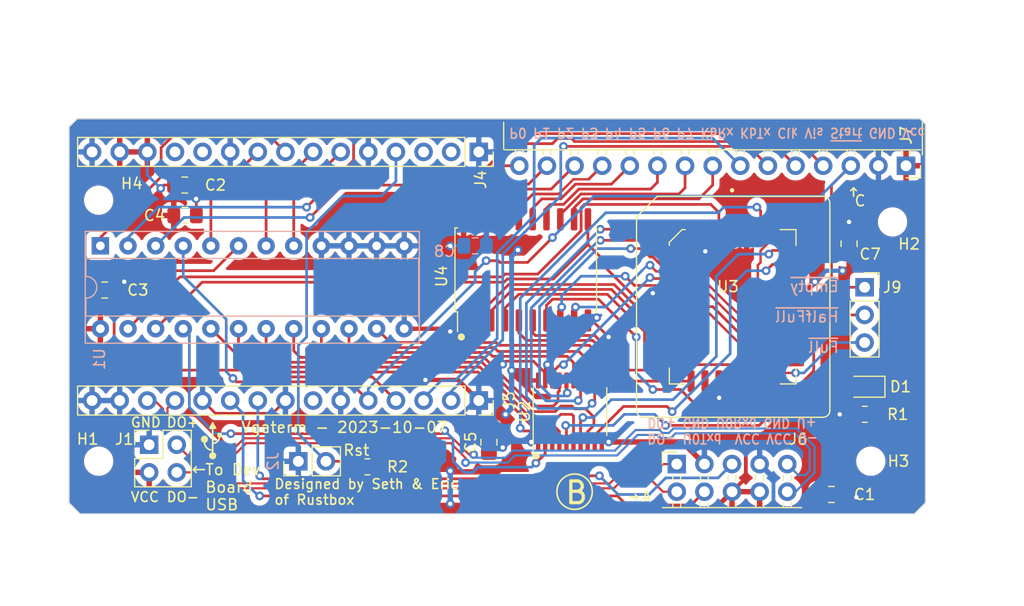
<source format=kicad_pcb>
(kicad_pcb (version 20221018) (generator pcbnew)
  (layers (0 "F.Cu" signal) (31 "B.Cu" signal) (34 "B.Paste" user) (35 "F.Paste" user) (36 "B.SilkS" user "B.Silkscreen") (37 "F.SilkS" user "F.Silkscreen") (38 "B.Mask" user) (39 "F.Mask" user) (44 "Edge.Cuts" user))
  (net 0 "")
  (net 1 "GND")
  (net 2 "VCC")
  (net 3 "Net-(D1-K)")
  (net 4 "/P1")
  (net 5 "/P4")
  (net 6 "/P7")
  (net 7 "/KB_{Rx}")
  (net 8 "/KB_{Tx}")
  (net 9 "/SIO1")
  (net 10 "/CS")
  (net 11 "/SIO3")
  (net 12 "/SIO2")
  (net 13 "/SCLK")
  (net 14 "/SIO0")
  (net 15 "/Half")
  (net 18 "/Rst")
  (net 21 "/~{StartFrame}")
  (net 22 "/DO+")
  (net 23 "/DO-")
  (net 24 "/D7")
  (net 25 "/D6")
  (net 26 "/D5")
  (net 27 "/D4")
  (net 28 "/D3")
  (net 29 "/D2")
  (net 30 "/D1")
  (net 31 "/D0")
  (net 32 "/Clk")
  (net 33 "/Vis")
  (net 34 "/Q7")
  (net 35 "/Q6")
  (net 36 "/Q5")
  (net 37 "/Q4")
  (net 38 "/Q3")
  (net 39 "/Q2")
  (net 40 "/Q1")
  (net 41 "/Q0")
  (net 42 "/Empty")
  (net 43 "/HalfFull")
  (net 44 "/Full")
  (net 45 "/P6")
  (net 46 "/P5")
  (net 47 "/P3")
  (net 48 "/P2")
  (net 49 "/P0")
  (net 50 "/Clk_{pixel}")
  (net 51 "/L4")
  (net 52 "/L5")
  (net 53 "/L6")
  (net 54 "/L7")
  (net 55 "/L3")
  (net 56 "/L2")
  (net 57 "/L1")
  (net 58 "/L0")
  (net 64 "/U0Rxd")
  (net 65 "/U0Txd")
  (net 66 "/U-")
  (net 67 "/U+")
  (footprint "MountingHole:MountingHole_2.2mm_M2" (layer "F.Cu") (at 141 58)
    (fp_text reference "H2")
    (fp_text value "MountingHole")
  )
  (footprint "LED_SMD:LED_0805_2012Metric_Pad1.15x1.40mm_HandSolder" (layer "F.Cu") (at 138.438999 73.152 180)
    (fp_text reference "D1")
    (fp_text value "LED")
  )
  (footprint "Connector_PinSocket_2.54mm:PinSocket_1x03_P2.54mm_Vertical" (layer "F.Cu") (at 138.43 64.008)
    (fp_text reference "J9")
    (fp_text value "Conn_01x03_Socket")
  )
  (footprint "Resistor_SMD:R_0805_2012Metric_Pad1.20x1.40mm_HandSolder" (layer "F.Cu") (at 92.71 80.518)
    (fp_text reference "R2")
    (fp_text value "R")
  )
  (footprint "Connector_PinSocket_2.54mm:PinSocket_1x15_P2.54mm_Vertical" (layer "F.Cu") (at 102.955 74.422 -90)
    (fp_text reference "J5")
    (fp_text value "Conn_01x15_Socket")
  )
  (footprint "Connector_PinSocket_2.54mm:PinSocket_2x05_P2.54mm_Horizontal" (layer "F.Cu") (at 121.158 80.264 90)
    (fp_text reference "J6")
    (fp_text value "Conn_01x10")
  )
  (footprint "Connector_PinHeader_2.54mm:PinHeader_1x02_P2.54mm_Vertical" (layer "F.Cu") (at 86.36 80.01 90)
    (fp_text reference "J2")
    (fp_text value "Rst")
  )
  (footprint "Resistor_SMD:R_0805_2012Metric_Pad1.20x1.40mm_HandSolder" (layer "F.Cu") (at 138.446 75.692 180)
    (fp_text reference "R1")
    (fp_text value "R")
  )
  (footprint "Package_SO:SOIC-20W_7.5x12.8mm_P1.27mm" (layer "F.Cu") (at 107.273 62.406 90)
    (fp_text reference "U4")
    (fp_text value "74HCT574")
  )
  (footprint "Connector_PinSocket_2.54mm:PinSocket_1x15_P2.54mm_Horizontal" (layer "F.Cu") (at 142.24 52.832 -90)
    (fp_text reference "J7")
    (fp_text value "Conn_01x15")
  )
  (footprint "Connector_PinHeader_2.54mm:PinHeader_2x02_P2.54mm_Vertical" (layer "F.Cu") (at 72.644 78.486)
    (fp_text reference "J1")
    (fp_text value "Conn_01x04")
  )
  (footprint "Capacitor_SMD:C_0805_2012Metric_Pad1.18x1.45mm_HandSolder" (layer "F.Cu") (at 75.9245 54.61 180)
    (fp_text reference "C2")
    (fp_text value "10uF")
  )
  (footprint "Capacitor_SMD:C_0805_2012Metric_Pad1.18x1.45mm_HandSolder" (layer "F.Cu") (at 75.946 57.404 180)
    (fp_text reference "C4")
    (fp_text value "10uF")
  )
  (footprint "MountingHole:MountingHole_2.2mm_M2" (layer "F.Cu") (at 68 56)
    (fp_text reference "H4")
    (fp_text value "MountingHole")
  )
  (footprint "Package_SO:TSSOP-20_4.4x6.5mm_P0.65mm" (layer "F.Cu") (at 111.337 75.438 90)
    (fp_text reference "U2")
    (fp_text value "74AHCT244")
  )
  (footprint "plcc32:plcc32-socket" (layer "F.Cu") (at 126.3483 65.801)
    (fp_text reference "U3")
    (fp_text value "IDT7205L12JG")
  )
  (footprint "Capacitor_SMD:C_0805_2012Metric_Pad1.18x1.45mm_HandSolder" (layer "F.Cu") (at 135.382 83.058 180)
    (fp_text reference "C1")
    (fp_text value "10uF")
  )
  (footprint "Capacitor_SMD:C_0805_2012Metric_Pad1.18x1.45mm_HandSolder" (layer "F.Cu") (at 103.886 78.2535 90)
    (fp_text reference "C5")
    (fp_text value "100nF")
  )
  (footprint "Connector_PinSocket_2.54mm:PinSocket_1x15_P2.54mm_Vertical" (layer "F.Cu") (at 102.955 51.562 -90)
    (fp_text reference "J4")
    (fp_text value "Conn_01x15_Socket")
  )
  (footprint "MountingHole:MountingHole_2.2mm_M2" (layer "F.Cu") (at 139 80)
    (fp_text reference "H3")
    (fp_text value "MountingHole")
  )
  (footprint "Capacitor_SMD:C_0805_2012Metric_Pad1.18x1.45mm_HandSolder" (layer "F.Cu") (at 137 60 -90)
    (fp_text reference "C7")
    (fp_text value "100nF")
  )
  (footprint "MountingHole:MountingHole_2.2mm_M2" (layer "F.Cu") (at 68 80)
    (fp_text reference "H1")
    (fp_text value "MountingHole")
  )
  (footprint "Capacitor_SMD:C_0805_2012Metric_Pad1.18x1.45mm_HandSolder" (layer "F.Cu") (at 68.5585 64.262 180)
    (fp_text reference "C3")
    (fp_text value "100nF")
  )
  (footprint "Capacitor_SMD:C_0805_2012Metric_Pad1.18x1.45mm_HandSolder" (layer "B.Cu") (at 102.616 60.198 180)
    (fp_text reference "C8")
    (fp_text value "100nF")
  )
  (footprint "Package_DIP:DIP-24_W7.62mm_Socket" (layer "B.Cu") (at 68.157 60.198 -90)
    (fp_text reference "U1")
    (fp_text value "GAL22V10")
  )
  (gr_circle (center 77.724 77.978) (end 77.978 77.978) (stroke (width 0.15)) (fill solid) (layer "F.SilkS"))
  (gr_line (start 117.602 83.312) (end 117.348 83.566) (stroke (width 0.15)) (layer "F.SilkS"))
  (gr_rect (start 78.994 77.47) (end 79.248 77.724) (stroke (width 0.15)) (fill solid) (layer "F.SilkS"))
  (gr_line (start 77.724 80.772) (end 76.708 80.772) (stroke (width 0.15)) (layer "F.SilkS"))
  (gr_line (start 76.708 80.772) (end 76.962 80.518) (stroke (width 0.15)) (layer "F.SilkS"))
  (gr_circle (center 101.346 68.58) (end 101.6 68.58) (stroke (width 0.15)) (fill solid) (layer "F.SilkS"))
  (gr_poly (pts (xy 78.74 76.962) (xy 78.486 76.454) (xy 78.232 76.962)) (stroke (width 0.15)) (fill solid) (layer "F.SilkS"))
  (gr_arc (start 78.486 78.994) (mid 77.947185 78.770815) (end 77.724 78.232) (stroke (width 0.15)) (layer "F.SilkS"))
  (gr_circle (center 108.204 79.502) (end 108.458 79.502) (stroke (width 0.15)) (fill solid) (layer "F.SilkS"))
  (gr_line (start 137.414 54.864001) (end 137.16 55.118) (stroke (width 0.15)) (layer "F.SilkS"))
  (gr_line (start 116.84 83.312) (end 117.602 83.312) (stroke (width 0.15)) (layer "F.SilkS"))
  (gr_line (start 137.414 55.626) (end 137.414 54.864001) (stroke (width 0.15)) (layer "F.SilkS"))
  (gr_line (start 78.486 79.248) (end 78.486 76.962) (stroke (width 0.15)) (layer "F.SilkS"))
  (gr_circle (center 111.76 82.804) (end 113.03 81.788) (stroke (width 0.15)) (fill none) (layer "F.SilkS"))
  (gr_circle (center 78.486 79.502) (end 78.74 79.502) (stroke (width 0.15)) (fill solid) (layer "F.SilkS"))
  (gr_arc (start 79.121 77.724) (mid 78.935013 78.173013) (end 78.486 78.359) (stroke (width 0.15)) (layer "F.SilkS"))
  (gr_line (start 117.348 83.058) (end 117.602 83.312) (stroke (width 0.15)) (layer "F.SilkS"))
  (gr_line (start 137.414 54.864001) (end 137.668 55.118) (stroke (width 0.15)) (layer "F.SilkS"))
  (gr_line (start 76.708 80.772) (end 76.962 81.026) (stroke (width 0.15)) (layer "F.SilkS"))
  (gr_line (start 65.278 53.34) (end 65.278 49.276) (stroke (width 0.1)) (layer "Edge.Cuts"))
  (gr_line (start 143.002 84.836) (end 144.018 83.82) (stroke (width 0.1)) (layer "Edge.Cuts"))
  (gr_line (start 65.278 49.276) (end 66.04 48.514) (stroke (width 0.1)) (layer "Edge.Cuts"))
  (gr_line (start 65.278 83.82) (end 66.294 84.836) (stroke (width 0.1)) (layer "Edge.Cuts"))
  (gr_line (start 144.018 49.022) (end 143.51 48.514) (stroke (width 0.1)) (layer "Edge.Cuts"))
  (gr_line (start 143.51 48.514) (end 66.04 48.514) (stroke (width 0.1)) (layer "Edge.Cuts"))
  (gr_line (start 65.278 53.34) (end 65.278 83.82) (stroke (width 0.1)) (layer "Edge.Cuts"))
  (gr_line (start 144.018 83.82) (end 144.018 49.022) (stroke (width 0.1)) (layer "Edge.Cuts"))
  (gr_line (start 143.002 84.836) (end 66.294 84.836) (stroke (width 0.1)) (layer "Edge.Cuts"))
  (gr_text "~{Full}" (at 136.144 70.104) (layer "B.SilkS") (effects (font (size 1 1)) (justify left bottom mirror)))
  (gr_text "~{Empty}" (at 136.144 64.516) (layer "B.SilkS") (effects (font (size 1 1)) (justify left bottom mirror)))
  (gr_text "DO- U0Txd  VCC VCC U-\nDO+ GND U0Rxd GND U+" (at 118.364 75.946 180) (layer "B.SilkS") (effects (font (size 0.9 0.8)) (justify left bottom mirror)))
  (gr_text "P0 P1 P2 P3 P4 P5 P6 P7 KbRx KbTx Clk Vis ~{Start} GND Vcc" (at 105.664 49.276 180) (layer "B.SilkS") (effects (font (size 0.9 0.81)) (justify left bottom mirror)))
  (gr_text "~{HalfFull}" (at 136.144 67.31) (layer "B.SilkS") (effects (font (size 1 1)) (justify left bottom mirror)))
  (gr_text "VCC" (at 70.866 83.82) (layer "F.SilkS") (effects (font (size 0.9 0.9)) (justify left bottom)))
  (gr_text "To Dev \nBoard\nUSB" (at 77.724 84.582) (layer "F.SilkS") (effects (font (size 1 1)) (justify left bottom)))
  (gr_text "C" (at 137.414 56.642) (layer "F.SilkS") (effects (font (size 1 1)) (justify left bottom)))
  (gr_text "Designed by Seth & Eric\nof Rustbox" (at 84.074 84.074) (layer "F.SilkS") (effects (font (size 0.9 0.9)) (justify left bottom)))
  (gr_text "DO-" (at 74.168 83.82) (layer "F.SilkS") (effects (font (size 0.9 0.9)) (justify left bottom)))
  (gr_text "Vgaterm - 2023-10-07" (at 81.026 77.47) (layer "F.SilkS") (effects (font (size 1 1)) (justify left bottom)))
  (gr_text "DO+" (at 74.168 76.962) (layer "F.SilkS") (effects (font (size 0.9 0.9)) (justify left bottom)))
  (gr_text "A" (at 117.856 83.82) (layer "F.SilkS") (effects (font (size 1 1)) (justify left bottom)))
  (gr_text "GND" (at 70.866 76.962) (layer "F.SilkS") (effects (font (size 0.9 0.9)) (justify left bottom)))
  (gr_text "B" (at 110.744 84.074) (layer "F.SilkS") (effects (font (size 2 2) (thickness 0.3)) (justify left bottom)))
  (segment (start 119.01025 64.49475) (end 118.957 64.548) (width 0.25) (layer "F.Cu") (net 1))
  (segment (start 105.4305 70.808) (end 107.983041 70.808) (width 0.25) (layer "F.Cu") (net 1))
  (segment (start 120.735 64.49475) (end 119.01025 64.49475) (width 0.25) (layer "F.Cu") (net 1))
  (segment (start 121.666 78.232) (end 114.893 78.232) (width 0.5) (layer "F.Cu") (net 1))
  (segment (start 76.9835 55.9015) (end 76.962 55.88) (width 0.25) (layer "F.Cu") (net 1))
  (segment (start 84 75.597) (end 78.73 75.597) (width 0.25) (layer "F.Cu") (net 1))
  (segment (start 114.262 78.3005) (end 114.8245 78.3005) (width 0.25) (layer "F.Cu") (net 1))
  (segment (start 113.369 67.056) (end 114.893 68.58) (width 0.25) (layer "F.Cu") (net 1))
  (segment (start 113.538 67.056) (end 113.792 66.802) (width 0.25) (layer "F.Cu") (net 1))
  (segment (start 101.0595 72.5265) (end 98.044 72.5265) (width 0.4) (layer "F.Cu") (net 1))
  (segment (start 69.596 64.262) (end 70.358 63.5) (width 0.25) (layer "F.Cu") (net 1))
  (segment (start 113.369 67.056) (end 113.538 67.056) (width 0.25) (layer "F.Cu") (net 1))
  (segment (start 112.988 67.056) (end 113.369 67.056) (width 0.25) (layer "F.Cu") (net 1))
  (segment (start 76.9835 57.404) (end 76.9835 55.9015) (width 0.25) (layer "F.Cu") (net 1))
  (segment (start 137.446 75.692) (end 136.144 75.692) (width 0.25) (layer "F.Cu") (net 1))
  (segment (start 109.062 71.886959) (end 109.062 72.5755) (width 0.25) (layer "F.Cu") (net 1))
  (segment (start 105.156 71.0825) (end 105.4305 70.808) (width 0.25) (layer "F.Cu") (net 1))
  (segment (start 102.955 74.422) (end 101.0595 72.5265) (width 0.4) (layer "F.Cu") (net 1))
  (segment (start 109.062 72.5755) (end 109.062 71.3255) (width 0.25) (layer "F.Cu") (net 1))
  (segment (start 107.983041 70.808) (end 109.062 71.886959) (width 0.25) (layer "F.Cu") (net 1))
  (segment (start 104.097 79.291) (end 104.648 78.74) (width 0.3) (layer "F.Cu") (net 1))
  (segment (start 101.558 67.056) (end 100.33 67.056) (width 0.25) (layer "F.Cu") (net 1))
  (segment (start 104.648 78.74) (end 105.156 78.74) (width 0.3) (layer "F.Cu") (net 1))
  (segment (start 123.752466 60.675466) (end 123.783 60.706) (width 0.25) (layer "F.Cu") (net 1))
  (segment (start 78.73 75.597) (end 77.555 74.422) (width 0.25) (layer "F.Cu") (net 1))
  (segment (start 85.175 74.422) (end 84 75.597) (width 0.25) (layer "F.Cu") (net 1))
  (segment (start 100.33 68.072) (end 100.33 67.056) (width 0.25) (layer "F.Cu") (net 1))
  (segment (start 137 58.9625) (end 137 58) (width 0.25) (layer "F.Cu") (net 1))
  (segment (start 125.031632 72.6385) (end 125.031632 74.146632) (width 0.25) (layer "F.Cu") (net 1))
  (segment (start 125.031632 74.146632) (end 125.053 74.168) (width 0.25) (layer "F.Cu") (net 1))
  (segment (start 109.062 71.3255) (end 109.2675 71.12) (width 0.25) (layer "F.Cu") (net 1))
  (segment (start 103.886 79.291) (end 104.097 79.291) (width 0.4) (layer "F.Cu") (net 1))
  (segment (start 76.962 54.61) (end 76.962 55.88) (width 0.25) (layer "F.Cu") (net 1))
  (segment (start 107.8495 78.3005) (end 107.781 78.232) (width 0.25) (layer "F.Cu") (net 1))
  (segment (start 108.412 78.3005) (end 107.8495 78.3005) (width 0.25) (layer "F.Cu") (net 1))
  (segment (start 114.8245 78.3005) (end 114.893 78.232) (width 0.25) (layer "F.Cu") (net 1))
  (segment (start 136.4195 83.058) (end 137.414 83.058) (width 0.25) (layer "F.Cu") (net 1))
  (segment (start 123.752466 58.9635) (end 123.752466 60.675466) (width 0.25) (layer "F.Cu") (net 1))
  (segment (start 100.33 67.818) (end 96.097 67.818) (width 0.4) (layer "F.Cu") (net 1))
  (segment (start 137.414 83.058) (end 137.668 83.312) (width 0.25) (layer "F.Cu") (net 1))
  (segment (start 123.698 80.264) (end 121.666 78.232) (width 0.5) (layer "F.Cu") (net 1))
  (via (at 105.156 78.74) (size 0.8) (drill 0.4) (layers "F.Cu" "B.Cu") (net 1))
  (via (at 76.962 55.88) (size 0.8) (drill 0.4) (layers "F.Cu" "B.Cu") (net 1))
  (via (at 105.156 71.0825) (size 0.8) (drill 0.4) (layers "F.Cu" "B.Cu") (net 1))
  (via (at 136.144 75.692) (size 0.8) (drill 0.4) (layers "F.Cu" "B.Cu") (net 1))
  (via (at 70.358 63.5) (size 0.8) (drill 0.4) (layers "F.Cu" "B.Cu") (net 1))
  (via (at 109.2675 71.12) (size 0.8) (drill 0.4) (layers "F.Cu" "B.Cu") (net 1))
  (via (at 114.893 68.58) (size 0.8) (drill 0.4) (layers "F.Cu" "B.Cu") (net 1))
  (via (at 123.783 60.706) (size 0.8) (drill 0.4) (layers "F.Cu" "B.Cu") (net 1))
  (via (at 100.33 68.072) (size 0.8) (drill 0.4) (layers "F.Cu" "B.Cu") (net 1))
  (via (at 137.668 83.312) (size 0.8) (drill 0.4) (layers "F.Cu" "B.Cu") (net 1))
  (via (at 114.893 78.232) (size 0.8) (drill 0.4) (layers "F.Cu" "B.Cu") (net 1))
  (via (at 113.792 66.802) (size 0.8) (drill 0.4) (layers "F.Cu" "B.Cu") (net 1))
  (via (at 137 58) (size 0.8) (drill 0.4) (layers "F.Cu" "B.Cu") (net 1))
  (via (at 125.053 74.168) (size 0.8) (drill 0.4) (layers "F.Cu" "B.Cu") (net 1))
  (via (at 118.957 64.548) (size 0.8) (drill 0.4) (layers "F.Cu" "B.Cu") (net 1))
  (via (at 107.781 78.232) (size 0.8) (drill 0.4) (layers "F.Cu" "B.Cu") (net 1))
  (via (at 98.044 72.5265) (size 0.8) (drill 0.4) (layers "F.Cu" "B.Cu") (net 1))
  (segment (start 102.616 74.422) (end 100.838 76.2) (width 0.35) (layer "B.Cu") (net 1))
  (segment (start 103.632 60.198) (end 102.362 61.468) (width 0.5) (layer "B.Cu") (net 1))
  (segment (start 128.778 80.264) (end 129.54 81.026) (width 0.5) (layer "B.Cu") (net 1))
  (segment (start 98.044 70.358) (end 100.33 68.072) (width 0.25) (layer "B.Cu") (net 1))
  (segment (start 129.54 81.026) (end 130.048 81.534) (width 0.5) (layer "B.Cu") (net 1))
  (segment (start 90.255 74.422) (end 90.255 72.475) (width 0.5) (layer "B.Cu") (net 1))
  (segment (start 103.6535 60.198) (end 103.632 60.198) (width 0.25) (layer "B.Cu") (net 1))
  (segment (start 130.048 81.534) (end 130.048 83.82) (width 0.35) (layer "B.Cu") (net 1))
  (segment (start 102.955 74.422) (end 102.616 74.422) (width 0.25) (layer "B.Cu") (net 1))
  (segment (start 98.044 72.5265) (end 98.044 70.358) (width 0.25) (layer "B.Cu") (net 1))
  (segment (start 105.41 75.692) (end 105.41 77.47) (width 0.5) (layer "F.Cu") (net 2))
  (segment (start 105.41 77.47) (end 106.172 78.232) (width 0.5) (layer "F.Cu") (net 2))
  (segment (start 74.887 54.61) (end 74.007598 54.61) (width 0.25) (layer "F.Cu") (net 2))
  (segment (start 126.238 82.804) (end 127.254 81.788) (width 0.35) (layer "F.Cu") (net 2))
  (segment (start 104.696768 80.977232) (end 100.535232 80.977232) (width 0.5) (layer "F.Cu") (net 2))
  (segment (start 104.902 80.772) (end 104.696768 80.977232) (width 0.5) (layer "F.Cu") (net 2))
  (segment (start 127.508 81.534) (end 127.508 79.248) (width 0.35) (layer "F.Cu") (net 2))
  (segment (start 108.412 72.5755) (end 106.582287 72.5755) (width 0.25) (layer "F.Cu") (net 2))
  (segment (start 131.86 64.49475) (end 132.86325 64.49475) (width 0.25) (layer "F.Cu") (net 2))
  (segment (start 106.582287 72.5755) (end 105.968716 71.961929) (width 0.25) (layer "F.Cu") (net 2))
  (segment (start 100.4505 80.8925) (end 100.33 80.8925) (width 0.5) (layer "F.Cu") (net 2))
  (segment (start 115.316 84.582) (end 124.46 84.582) (width 0.45) (layer "F.Cu") (net 2))
  (segment (start 127.254 81.788) (end 127.508 81.534) (width 0.35) (layer "F.Cu") (net 2))
  (segment (start 74.007598 54.61) (end 73.706799 54.910799) (width 0.25) (layer "F.Cu") (net 2))
  (segment (start 106.172 78.232) (end 106.172 79.502) (width 0.5) (layer "F.Cu") (net 2))
  (segment (start 124.46 84.582) (end 126.238 82.804) (width 0.45) (layer "F.Cu") (net 2))
  (segment (start 106.172 79.502) (end 104.902 80.772) (width 0.5) (layer "F.Cu") (net 2))
  (segment (start 115.062 84.328) (end 115.316 84.582) (width 0.45) (layer "F.Cu") (net 2))
  (segment (start 105.968716 71.961929) (end 105.968716 71.664306) (width 0.25) (layer "F.Cu") (net 2))
  (segment (start 132.86325 64.49475) (end 133.858 63.5) (width 0.4) (layer "F.Cu") (net 2))
  (segment (start 100.535232 80.977232) (end 100.4505 80.8925) (width 0.5) (layer "F.Cu") (net 2))
  (via (at 106.552647 60.578647) (size 0.8) (drill 0.4) (layers "F.Cu" "B.Cu") (net 2))
  (via (at 100.33 60.198) (size 0.8) (drill 0.4) (layers "F.Cu" "B.Cu") (net 2))
  (via (at 105.968716 71.664306) (size 0.8) (drill 0.4) (layers "F.Cu" "B.Cu") (net 2))
  (via (at 100.33 83.916) (size 0.8) (drill 0.4) (layers "F.Cu" "B.Cu") (net 2))
  (via (at 133.858 63.5) (size 0.8) (drill 0.4) (layers "F.Cu" "B.Cu") (net 2))
  (via (at 136.398 62.484) (size 0.8) (drill 0.4) (layers "F.Cu" "B.Cu") (net 2))
  (via (at 105.41 75.692) (size 0.8) (drill 0.4) (layers "F.Cu" "B.Cu") (net 2))
  (via (at 100.33 80.8925) (size 0.8) (drill 0.4) (layers "F.Cu" "B.Cu") (net 2))
  (via (at 73.706799 54.910799) (size 0.8) (drill 0.4) (layers "F.Cu" "B.Cu") (net 2))
  (segment (start 105.968716 75.133284) (end 105.41 75.692) (width 0.5) (layer "B.Cu") (net 2))
  (segment (start 134.874 62.484) (end 136.398 62.484) (width 0.4) (layer "B.Cu") (net 2))
  (segment (start 100.33 80.8925) (end 100.33 83.916) (width 0.5) (layer "B.Cu") (net 2))
  (segment (start 105.968716 61.162578) (end 105.968716 68.884716) (width 0.45) (layer "B.Cu") (net 2))
  (segment (start 101.5785 60.198) (end 100.33 60.198) (width 0.25) (layer "B.Cu") (net 2))
  (segment (start 105.981 68.897) (end 105.981 71.652022) (width 0.45) (layer "B.Cu") (net 2))
  (segment (start 133.858 63.5) (end 134.874 62.484) (width 0.4) (layer "B.Cu") (net 2))
  (segment (start 73.706799 54.910799) (end 72.475 53.679) (width 0.25) (layer "B.Cu") (net 2))
  (segment (start 105.968716 68.884716) (end 105.981 68.897) (width 0.45) (layer "B.Cu") (net 2))
  (segment (start 105.981 71.652022) (end 105.968716 71.664306) (width 0.45) (layer "B.Cu") (net 2))
  (segment (start 105.968716 71.664306) (end 105.968716 75.133284) (width 0.5) (layer "B.Cu") (net 2))
  (segment (start 106.552647 60.578647) (end 105.968716 61.162578) (width 0.45) (layer "B.Cu") (net 2))
  (segment (start 72.475 53.679) (end 72.475 51.562) (width 0.25) (layer "B.Cu") (net 2))
  (segment (start 139.446 75.692) (end 139.446 73.169999) (width 0.25) (layer "F.Cu") (net 3))
  (segment (start 109.22 52.832) (end 107.522 54.53) (width 0.25) (layer "F.Cu") (net 4))
  (segment (start 107.522 54.53) (end 106.299 54.53) (width 0.25) (layer "F.Cu") (net 4))
  (segment (start 106.299 54.53) (end 104.098 56.731) (width 0.25) (layer "F.Cu") (net 4))
  (segment (start 104.098 56.731) (end 104.098 57.756) (width 0.25) (layer "F.Cu") (net 4))
  (segment (start 108.759 55.88) (end 107.908 56.731) (width 0.25) (layer "F.Cu") (net 5))
  (segment (start 110.49 55.88) (end 108.759 55.88) (width 0.25) (layer "F.Cu") (net 5))
  (segment (start 107.908 56.731) (end 107.908 57.756) (width 0.25) (layer "F.Cu") (net 5))
  (segment (start 116.84 52.832) (end 115.142 54.53) (width 0.25) (layer "F.Cu") (net 5))
  (segment (start 111.84 54.53) (end 110.49 55.88) (width 0.25) (layer "F.Cu") (net 5))
  (segment (start 115.142 54.53) (end 111.84 54.53) (width 0.25) (layer "F.Cu") (net 5))
  (segment (start 123.19 55.88) (end 124.46 54.61) (width 0.25) (layer "F.Cu") (net 6))
  (segment (start 111.718 56.692853) (end 112.530853 55.88) (width 0.25) (layer "F.Cu") (net 6))
  (segment (start 112.530853 55.88) (end 123.19 55.88) (width 0.25) (layer "F.Cu") (net 6))
  (segment (start 111.718 57.756) (end 111.718 56.692853) (width 0.25) (layer "F.Cu") (net 6))
  (segment (start 124.46 54.61) (end 124.46 52.832) (width 0.25) (layer "F.Cu") (net 6))
  (segment (start 104.58463 68.77063) (end 104.648 68.70726) (width 0.25) (layer "B.Cu") (net 7))
  (segment (start 124.46 50.292) (end 108.712 50.292) (width 0.25) (layer "B.Cu") (net 7))
  (segment (start 100.77463 72.58063) (end 104.58463 68.77063) (width 0.25) (layer "B.Cu") (net 7))
  (segment (start 97.875 74.208605) (end 99.502975 72.58063) (width 0.25) (layer "B.Cu") (net 7))
  (segment (start 99.502975 72.58063) (end 100.77463 72.58063) (width 0.25) (layer "B.Cu") (net 7))
  (segment (start 108.045 50.959) (end 108.712 50.292) (width 0.25) (layer "B.Cu") (net 7))
  (segment (start 104.648 68.70726) (end 104.648 60.822299) (width 0.25) (layer "B.Cu") (net 7))
  (segment (start 127 52.832) (end 124.46 50.292) (width 0.25) (layer "B.Cu") (net 7))
  (segment (start 97.875 74.422) (end 97.875 74.208605) (width 0.25) (layer "B.Cu") (net 7))
  (segment (start 104.648 60.822299) (end 108.045 57.425299) (width 0.25) (layer "B.Cu") (net 7))
  (segment (start 108.045 57.425299) (end 108.045 50.959) (width 0.25) (layer "B.Cu") (net 7))
  (segment (start 110.744 51.054) (end 127.762 51.054) (width 0.25) (layer "F.Cu") (net 8))
  (segment (start 127.762 51.054) (end 129.54 52.832) (width 0.25) (layer "F.Cu") (net 8))
  (via (at 110.744 51.054) (size 0.8) (drill 0.4) (layers "F.Cu" "B.Cu") (net 8))
  (segment (start 105.156 60.950695) (end 110.49 55.616695) (width 0.25) (layer "B.Cu") (net 8))
  (segment (start 100.415 74.422) (end 100.415 73.576656) (width 0.25) (layer "B.Cu") (net 8))
  (segment (start 100.415 73.576656) (end 105.156 68.835656) (width 0.25) (layer "B.Cu") (net 8))
  (segment (start 110.49 55.616695) (end 110.49 51.308) (width 0.25) (layer "B.Cu") (net 8))
  (segment (start 105.156 68.835656) (end 105.156 60.950695) (width 0.25) (layer "B.Cu") (net 8))
  (segment (start 110.49 51.308) (end 110.744 51.054) (width 0.25) (layer "B.Cu") (net 8))
  (segment (start 78.571 62.484) (end 80.857 60.198) (width 0.25) (layer "F.Cu") (net 9))
  (segment (start 82.127 72.252) (end 81.503 71.628) (width 0.25) (layer "F.Cu") (net 9))
  (segment (start 81.503 71.628) (end 71.882 71.628) (width 0.25) (layer "F.Cu") (net 9))
  (segment (start 71.882 71.628) (end 69.427 69.173) (width 0.25) (layer "F.Cu") (net 9))
  (segment (start 93.165 72.252) (end 82.127 72.252) (width 0.25) (layer "F.Cu") (net 9))
  (segment (start 73.491 62.484) (end 78.571 62.484) (width 0.25) (layer "F.Cu") (net 9))
  (segment (start 95.335 74.422) (end 93.165 72.252) (width 0.25) (layer "F.Cu") (net 9))
  (segment (start 69.427 69.173) (end 69.427 66.548) (width 0.25) (layer "F.Cu") (net 9))
  (segment (start 69.427 66.548) (end 73.491 62.484) (width 0.25) (layer "F.Cu") (net 9))
  (segment (start 85.937 55.88) (end 90.255 51.562) (width 0.25) (layer "F.Cu") (net 11))
  (segment (start 85.937 59.436) (end 85.937 55.88) (width 0.25) (layer "F.Cu") (net 11))
  (segment (start 83.397 55.88) (end 87.715 51.562) (width 0.25) (layer "F.Cu") (net 12))
  (segment (start 83.397 59.436) (end 83.397 55.88) (width 0.25) (layer "F.Cu") (net 12))
  (segment (start 68.157 59.436) (end 73.745 53.848) (width 0.25) (layer "F.Cu") (net 13))
  (segment (start 74.877299 50.038) (end 83.651 50.038) (width 0.25) (layer "F.Cu") (net 13))
  (segment (start 73.745 53.848) (end 73.745 51.170299) (width 0.25) (layer "F.Cu") (net 13))
  (segment (start 73.745 51.170299) (end 74.877299 50.038) (width 0.25) (layer "F.Cu") (net 13))
  (segment (start 83.651 50.038) (end 85.175 51.562) (width 0.25) (layer "F.Cu") (net 13))
  (segment (start 82.635 51.562) (end 78.317 55.88) (width 0.25) (layer "F.Cu") (net 14))
  (segment (start 78.317 55.88) (end 78.317 59.436) (width 0.25) (layer "F.Cu") (net 14))
  (segment (start 112.363 56.684249) (end 112.659249 56.388) (width 0.25) (layer "F.Cu") (net 15))
  (segment (start 75.465 63.05) (end 105.098 63.05) (width 0.25) (layer "F.Cu") (net 15))
  (segment (start 112.659249 56.388) (end 124.291 56.388) (width 0.25) (layer "F.Cu") (net 15))
  (segment (start 105.098 63.05) (end 105.352 62.796) (width 0.25) (layer "F.Cu") (net 15))
  (segment (start 125.031632 57.128632) (end 125.031632 58.9635) (width 0.25) (layer "F.Cu") (net 15))
  (segment (start 124.291 56.388) (end 125.031632 57.128632) (width 0.25) (layer "F.Cu") (net 15))
  (segment (start 108.374751 62.796) (end 112.363 58.807751) (width 0.25) (layer "F.Cu") (net 15))
  (segment (start 105.352 62.796) (end 108.374751 62.796) (width 0.25) (layer "F.Cu") (net 15))
  (segment (start 112.363 58.807751) (end 112.363 56.684249) (width 0.25) (layer "F.Cu") (net 15))
  (segment (start 70.697 67.818) (end 75.465 63.05) (width 0.25) (layer "F.Cu") (net 15))
  (segment (start 90.17 80.01) (end 90.678 80.518) (width 0.25) (layer "F.Cu") (net 18))
  (segment (start 90.678 80.518) (end 91.71 80.518) (width 0.25) (layer "F.Cu") (net 18))
  (segment (start 88.9 80.01) (end 90.17 80.01) (width 0.25) (layer "F.Cu") (net 18))
  (segment (start 88.138 57.936) (end 88.138 57.912) (width 0.25) (layer "B.Cu") (net 18))
  (segment (start 88.9 80.01) (end 86.36 77.47) (width 0.25) (layer "B.Cu") (net 18))
  (segment (start 86.36 69.342) (end 87.122 68.58) (width 0.25) (layer "B.Cu") (net 18))
  (segment (start 88.138 57.912) (end 90.424 55.626) (width 0.25) (layer "B.Cu") (net 18))
  (segment (start 87.122 58.952) (end 88.138 57.936) (width 0.25) (layer "B.Cu") (net 18))
  (segment (start 86.36 77.47) (end 86.36 69.342) (width 0.25) (layer "B.Cu") (net 18))
  (segment (start 93.98 55.626) (end 95.335 54.271) (width 0.25) (layer "B.Cu") (net 18))
  (segment (start 87.122 68.58) (end 87.122 58.952) (width 0.25) (layer "B.Cu") (net 18))
  (segment (start 95.335 54.271) (end 95.335 51.562) (width 0.25) (layer "B.Cu") (net 18))
  (segment (start 90.424 55.626) (end 93.98 55.626) (width 0.25) (layer "B.Cu") (net 18))
  (segment (start 137.16 52.832) (end 135.382 54.61) (width 0.25) (layer "F.Cu") (net 21))
  (segment (start 135.382 63.264) (end 132.86 65.786) (width 0.25) (layer "F.Cu") (net 21))
  (segment (start 80.661 72.702) (end 91.075 72.702) (width 0.25) (layer "F.Cu") (net 21))
  (segment (start 80.349 72.39) (end 80.661 72.702) (width 0.25) (layer "F.Cu") (net 21))
  (segment (start 107.442 61.722) (end 109.728 59.436) (width 0.25) (layer "F.Cu") (net 21))
  (segment (start 91.075 72.702) (end 92.795 74.422) (width 0.25) (layer "F.Cu") (net 21))
  (segment (start 132.86 65.786) (end 131.86 65.786) (width 0.25) (layer "F.Cu") (net 21))
  (segment (start 135.382 54.61) (end 135.382 63.264) (width 0.25) (layer "F.Cu") (net 21))
  (segment (start 104.7435 61.5635) (end 104.902 61.722) (width 0.25) (layer "F.Cu") (net 21))
  (segment (start 104.902 61.722) (end 107.442 61.722) (width 0.25) (layer "F.Cu") (net 21))
  (segment (start 103.632 61.5635) (end 104.7435 61.5635) (width 0.25) (layer "F.Cu") (net 21))
  (via (at 103.632 61.5635) (size 0.8) (drill 0.4) (layers "F.Cu" "B.Cu") (net 21))
  (via (at 109.728 59.436) (size 0.8) (drill 0.4) (layers "F.Cu" "B.Cu") (net 21))
  (via (at 80.349 72.39) (size 0.8) (drill 0.4) (layers "F.Cu" "B.Cu") (net 21))
  (segment (start 134.366 55.626) (end 137.16 52.832) (width 0.25) (layer "B.Cu") (net 21))
  (segment (start 102.616 62.5795) (end 103.632 61.5635) (width 0.25) (layer "B.Cu") (net 21))
  (segment (start 109.728 59.436) (end 113.538 55.626) (width 0.25) (layer "B.Cu") (net 21))
  (segment (start 113.538 55.626) (end 134.366 55.626) (width 0.25) (layer "B.Cu") (net 21))
  (segment (start 102.616 63.490695) (end 102.616 62.5795) (width 0.25) (layer "B.Cu") (net 21))
  (segment (start 92.795 73.311695) (end 102.616 63.490695) (width 0.25) (layer "B.Cu") (net 21))
  (segment (start 75.777 60.198) (end 75.777 62.992) (width 0.25) (layer "B.Cu") (net 21))
  (segment (start 75.777 62.992) (end 79.732 66.947) (width 0.25) (layer "B.Cu") (net 21))
  (segment (start 79.732 71.773) (end 80.349 72.39) (width 0.25) (layer "B.Cu") (net 21))
  (segment (start 92.795 74.422) (end 92.795 73.311695) (width 0.25) (layer "B.Cu") (net 21))
  (segment (start 79.732 66.947) (end 79.732 71.773) (width 0.25) (layer "B.Cu") (net 21))
  (segment (start 76.962 80.772) (end 76.962 80.264) (width 0.2) (layer "F.Cu") (net 22))
  (segment (start 114.9978 82.042) (end 78.232 82.042) (width 0.2) (layer "F.Cu") (net 22))
  (segment (start 119.882999 80.264) (end 121.158 80.264) (width 0.2) (layer "F.Cu") (net 22))
  (segment (start 118.837999 81.309) (end 119.882999 80.264) (width 0.2) (layer "F.Cu") (net 22))
  (segment (start 115.7308 81.309) (end 118.837999 81.309) (width 0.2) (layer "F.Cu") (net 22))
  (segment (start 114.9978 82.042) (end 115.7308 81.309) (width 0.2) (layer "F.Cu") (net 22))
  (segment (start 78.232 82.042) (end 76.962 80.772) (width 0.2) (layer "F.Cu") (net 22))
  (segment (start 76.962 80.264) (end 75.184 78.486) (width 0.2) (layer "F.Cu") (net 22))
  (segment (start 115.374 82.492) (end 78.045603 82.492) (width 0.2) (layer "F.Cu") (net 23))
  (segment (start 115.374 82.492) (end 116.107 81.759) (width 0.2) (layer "F.Cu") (net 23))
  (segment (start 119.882999 82.804) (end 121.158 82.804) (width 0.2) (layer "F.Cu") (net 23))
  (segment (start 76.579603 81.026) (end 75.184 81.026) (width 0.2) (layer "F.Cu") (net 23))
  (segment (start 118.837999 81.759) (end 119.882999 82.804) (width 0.2) (layer "F.Cu") (net 23))
  (segment (start 78.045603 82.492) (end 76.579603 81.026) (width 0.2) (layer "F.Cu") (net 23))
  (segment (start 116.107 81.759) (end 118.837999 81.759) (width 0.2) (layer "F.Cu") (net 23))
  (segment (start 104.549396 69.088) (end 104.803396 69.342) (width 0.25) (layer "F.Cu") (net 24))
  (segment (start 104.803396 69.342) (end 113.115 69.342) (width 0.25) (layer "F.Cu") (net 24))
  (segment (start 113.115 69.342) (end 114.262 70.489) (width 0.25) (layer "F.Cu") (net 24))
  (segment (start 114.262 70.489) (end 114.262 72.5755) (width 0.25) (layer "F.Cu") (net 24))
  (segment (start 93.557 67.818) (end 94.827 69.088) (width 0.25) (layer "F.Cu") (net 24))
  (segment (start 94.827 69.088) (end 104.549396 69.088) (width 0.25) (layer "F.Cu") (net 24))
  (segment (start 104.377 69.552) (end 104.733 69.908) (width 0.25) (layer "F.Cu") (net 25))
  (segment (start 112.962 70.713) (end 112.962 72.5755) (width 0.25) (layer "F.Cu") (net 25))
  (segment (start 91.017 67.818) (end 91.017 69.173) (width 0.25) (layer "F.Cu") (net 25))
  (segment (start 112.157 69.908) (end 112.962 70.713) (width 0.25) (layer "F.Cu") (net 25))
  (segment (start 91.396 69.552) (end 104.377 69.552) (width 0.25) (layer "F.Cu") (net 25))
  (segment (start 91.017 69.173) (end 91.396 69.552) (width 0.25) (layer "F.Cu") (net 25))
  (segment (start 104.733 69.908) (end 112.157 69.908) (width 0.25) (layer "F.Cu") (net 25))
  (segment (start 111.083 70.358) (end 111.662 70.937) (width 0.25) (layer "F.Cu") (net 26))
  (segment (start 88.477 69.596) (end 88.883 70.002) (width 0.25) (layer "F.Cu") (net 26))
  (segment (start 104.225 70.358) (end 111.083 70.358) (width 0.25) (layer "F.Cu") (net 26))
  (segment (start 111.662 70.937) (end 111.662 72.5755) (width 0.25) (layer "F.Cu") (net 26))
  (segment (start 88.477 69.596) (end 88.477 67.818) (width 0.25) (layer "F.Cu") (net 26))
  (segment (start 88.883 70.002) (end 103.869 70.002) (width 0.25) (layer "F.Cu") (net 26))
  (segment (start 103.869 70.002) (end 104.225 70.358) (width 0.25) (layer "F.Cu") (net 26))
  (segment (start 85.937 69.85) (end 86.539 70.452) (width 0.25) (layer "F.Cu") (net 27))
  (segment (start 107.912188 74.93) (end 109.813 74.93) (width 0.25) (layer "F.Cu") (net 27))
  (segment (start 110.362 72.5755) (end 110.362 73.534) (width 0.25) (layer "F.Cu") (net 27))
  (segment (start 103.434188 70.452) (end 107.912188 74.93) (width 0.25) (layer "F.Cu") (net 27))
  (segment (start 85.937 69.85) (end 85.937 67.818) (width 0.25) (layer "F.Cu") (net 27))
  (segment (start 110.236 73.66) (end 110.236 74.507) (width 0.25) (layer "F.Cu") (net 27))
  (segment (start 86.539 70.452) (end 103.434188 70.452) (width 0.25) (layer "F.Cu") (net 27))
  (segment (start 110.236 74.507) (end 109.813 74.93) (width 0.25) (layer "F.Cu") (net 27))
  (segment (start 110.362 73.534) (end 110.236 73.66) (width 0.25) (layer "F.Cu") (net 27))
  (segment (start 111.506 74.93) (end 111.76 75.184) (width 0.25) (layer "F.Cu") (net 28))
  (segment (start 83.397 70.104) (end 84.195 70.902) (width 0.25) (layer "F.Cu") (net 28))
  (segment (start 112.776 75.184) (end 113.538 75.946) (width 0.25) (layer "F.Cu") (net 28))
  (segment (start 110.49 74.93) (end 111.506 74.93) (width 0.25) (layer "F.Cu") (net 28))
  (segment (start 111.76 75.184) (end 112.776 75.184) (width 0.25) (layer "F.Cu") (net 28))
  (segment (start 103.247792 70.902) (end 107.783792 75.438) (width 0.25) (layer "F.Cu") (net 28))
  (segment (start 109.982 75.438) (end 110.49 74.93) (width 0.25) (layer "F.Cu") (net 28))
  (segment (start 112.962 77.284) (end 112.962 78.3005) (width 0.25) (layer "F.Cu") (net 28))
  (segment (start 84.195 70.902) (end 103.247792 70.902) (width 0.25) (layer "F.Cu") (net 28))
  (segment (start 113.538 75.946) (end 113.538 76.708) (width 0.25) (layer "F.Cu") (net 28))
  (segment (start 107.783792 75.438) (end 109.982 75.438) (width 0.25) (layer "F.Cu") (net 28))
  (segment (start 113.538 76.708) (end 112.962 77.284) (width 0.25) (layer "F.Cu") (net 28))
  (segment (start 83.397 70.104) (end 83.397 67.818) (width 0.25) (layer "F.Cu") (net 28))
  (segment (start 111.662 78.3005) (end 111.662 75.848) (width 0.25) (layer "F.Cu") (net 29))
  (segment (start 111.506 75.692) (end 110.49 75.692) (width 0.25) (layer "F.Cu") (net 29))
  (segment (start 80.857 69.596) (end 80.857 67.818) (width 0.25) (layer "F.Cu") (net 29))
  (segment (start 111.662 75.848) (end 111.506 75.692) (width 0.25) (layer "F.Cu") (net 29))
  (segment (start 103.061396 71.352) (end 82.613 71.352) (width 0.25) (layer "F.Cu") (net 29))
  (segment (start 82.613 71.352) (end 80.857 69.596) (width 0.25) (layer "F.Cu") (net 29))
  (segment (start 110.49 75.692) (end 110.236 75.946) (width 0.25) (layer "F.Cu") (net 29))
  (segment (start 110.236 75.946) (end 107.655396 75.946) (width 0.25) (layer "F.Cu") (net 29))
  (segment (start 107.655396 75.946) (end 103.061396 71.352) (width 0.25) (layer "F.Cu") (net 29))
  (segment (start 109.813 76.708) (end 110.362 77.257) (width 0.25) (layer "F.Cu") (net 30))
  (segment (start 107.781 76.708) (end 109.813 76.708) (width 0.25) (layer "F.Cu") (net 30))
  (segment (start 102.875 71.802) (end 107.781 76.708) (width 0.25) (layer "F.Cu") (net 30))
  (segment (start 82.313396 71.802) (end 102.875 71.802) (width 0.25) (layer "F.Cu") (net 30))
  (segment (start 110.362 77.257) (end 110.362 78.3005) (width 0.25) (layer "F.Cu") (net 30))
  (segment (start 82.313396 71.802) (end 78.329396 67.818) (width 0.25) (layer "F.Cu") (net 30))
  (segment (start 78.329396 67.818) (end 78.317 67.818) (width 0.25) (layer "F.Cu") (net 30))
  (segment (start 109.062 78.3005) (end 109.062 79.3145) (width 0.25) (layer "F.Cu") (net 31))
  (segment (start 109.062 79.3145) (end 108.204 80.1725) (width 0.25) (layer "F.Cu") (net 31))
  (segment (start 99.822 77.195) (end 99.547 77.47) (width 0.25) (layer "F.Cu") (net 31))
  (segment (start 99.547 77.47) (end 80.151423 77.47) (width 0.25) (layer "F.Cu") (net 31))
  (via (at 108.204 80.1725) (size 0.8) (drill 0.4) (layers "F.Cu" "B.Cu") (net 31))
  (via (at 80.151423 77.47) (size 0.8) (drill 0.4) (layers "F.Cu" "B.Cu") (net 31))
  (via (at 99.822 77.195) (size 0.8) (drill 0.4) (layers "F.Cu" "B.Cu") (net 31))
  (segment (start 99.822 77.195) (end 100.584 77.957) (width 0.25) (layer "B.Cu") (net 31))
  (segment (start 76.339129 75.05783) (end 76.339129 68.380129) (width 0.25) (layer "B.Cu") (net 31))
  (segment (start 76.339129 75.05783) (end 78.751299 77.47) (width 0.25) (layer "B.Cu") (net 31))
  (segment (start 78.751299 77.47) (end 80.151423 77.47) (width 0.25) (layer "B.Cu") (net 31))
  (segment (start 102.87 80.552232) (end 107.824268 80.552232) (width 0.25) (layer "B.Cu") (net 31))
  (segment (start 101.610231 81.026) (end 102.396232 81.026) (width 0.25) (layer "B.Cu") (net 31))
  (segment (start 107.824268 80.552232) (end 108.204 80.1725) (width 0.25) (layer "B.Cu") (net 31))
  (segment (start 100.584 79.999769) (end 101.610231 81.026) (width 0.25) (layer "B.Cu") (net 31))
  (segment (start 76.339129 68.380129) (end 75.777 67.818) (width 0.25) (layer "B.Cu") (net 31))
  (segment (start 102.396232 81.026) (end 102.87 80.552232) (width 0.25) (layer "B.Cu") (net 31))
  (segment (start 100.584 77.957) (end 100.584 79.999769) (width 0.25) (layer "B.Cu") (net 31))
  (segment (start 111.76 50.604) (end 129.852 50.604) (width 0.25) (layer "F.Cu") (net 32))
  (segment (start 87.43807 57.590212) (end 90.418282 54.61) (width 0.25) (layer "F.Cu") (net 32))
  (segment (start 111.485 50.329) (end 111.76 50.604) (width 0.25) (layer "F.Cu") (net 32))
  (segment (start 90.418282 54.61) (end 102.108 54.61) (width 0.25) (layer "F.Cu") (net 32))
  (segment (start 129.852 50.604) (end 132.08 52.832) (width 0.25) (layer "F.Cu") (net 32))
  (segment (start 102.108 54.56862) (end 105.87662 50.8) (width 0.25) (layer "F.Cu") (net 32))
  (segment (start 109.728 50.8) (end 110.199 50.329) (width 0.25) (layer "F.Cu") (net 32))
  (segment (start 110.199 50.329) (end 111.485 50.329) (width 0.25) (layer "F.Cu") (net 32))
  (segment (start 102.108 54.61) (end 102.108 54.56862) (width 0.25) (layer "F.Cu") (net 32))
  (segment (start 105.87662 50.8) (end 109.728 50.8) (width 0.25) (layer "F.Cu") (net 32))
  (via (at 87.43807 57.590212) (size 0.8) (drill 0.4) (layers "F.Cu" "B.Cu") (net 32))
  (segment (start 75.844788 57.590212) (end 87.43807 57.590212) (width 0.25) (layer "B.Cu") (net 32))
  (segment (start 73.237 60.198) (end 75.844788 57.590212) (width 0.25) (layer "B.Cu") (net 32))
  (segment (start 131.667 49.879) (end 134.62 52.832) (width 0.25) (layer "F.Cu") (net 33))
  (segment (start 91.44 52.324) (end 91.44 50.546) (width 0.25) (layer "F.Cu") (net 33))
  (segment (start 92.107 49.879) (end 131.667 49.879) (width 0.25) (layer "F.Cu") (net 33))
  (segment (start 87.122 56.642) (end 91.44 52.324) (width 0.25) (layer "F.Cu") (net 33))
  (segment (start 91.44 50.546) (end 92.107 49.879) (width 0.25) (layer "F.Cu") (net 33))
  (via (at 87.122 56.642) (size 0.8) (drill 0.4) (layers "F.Cu" "B.Cu") (net 33))
  (segment (start 87.122 56.642) (end 73.491 56.642) (width 0.25) (layer "B.Cu") (net 33))
  (segment (start 73.491 56.642) (end 70.697 59.436) (width 0.25) (layer "B.Cu") (net 33))
  (segment (start 111.718 67.056) (end 111.718 65.9555) (width 0.25) (layer "F.Cu") (net 34))
  (segment (start 130.016812 69.65975) (end 131.86 69.65975) (width 0.22) (layer "F.Cu") (net 34))
  (segment (start 126.143062 65.786) (end 130.016812 69.65975) (width 0.22) (layer "F.Cu") (net 34))
  (segment (start 111.718 65.9555) (end 111.845 65.8285) (width 0.25) (layer "F.Cu") (net 34))
  (segment (start 122.83025 62.54725) (end 126.069 65.786) (width 0.22) (layer "F.Cu") (net 34))
  (segment (start 126.069 65.786) (end 126.143062 65.786) (width 0.22) (layer "F.Cu") (net 34))
  (segment (start 119.265652 62.54725) (end 118.698701 61.980299) (width 0.22) (layer "F.Cu") (net 34))
  (segment (start 122.83025 62.54725) (end 119.265652 62.54725) (width 0.22) (layer "F.Cu") (net 34))
  (via (at 118.698701 61.980299) (size 0.8) (drill 0.4) (layers "F.Cu" "B.Cu") (net 34))
  (via (at 111.845 65.8285) (size 0.8) (drill 0.4) (layers "F.Cu" "B.Cu") (net 34))
  (segment (start 114.605805 65.8285) (end 117.954604 62.479701) (width 0.25) (layer "B.Cu") (net 34))
  (segment (start 118.698701 61.980299) (end 118.454006 61.980299) (width 0.22) (layer "B.Cu") (net 34))
  (segment (start 111.845 65.8285) (end 114.605805 65.8285) (width 0.25) (layer "B.Cu") (net 34))
  (segment (start 118.454006 61.980299) (end 117.954604 62.479701) (width 0.22) (layer "B.Cu") (net 34))
  (segment (start 130.714092 70.951) (end 131.86 70.951) (width 0.22) (layer "F.Cu") (net 35))
  (segment (start 123.3595 63.8385) (end 129.371 69.85) (width 0.22) (layer "F.Cu") (net 35))
  (segment (start 129.371 69.85) (end 129.613092 69.85) (width 0.22) (layer "F.Cu") (net 35))
  (segment (start 110.448 65.9555) (end 110.575 65.8285) (width 0.25) (layer "F.Cu") (net 35))
  (segment (start 110.448 67.056) (end 110.448 65.9555) (width 0.25) (layer "F.Cu") (net 35))
  (segment (start 117.2635 63.8385) (end 118.7875 63.8385) (width 0.25) (layer "F.Cu") (net 35))
  (segment (start 129.613092 69.85) (end 130.714092 70.951) (width 0.22) (layer "F.Cu") (net 35))
  (segment (start 118.7875 63.8385) (end 123.3595 63.8385) (width 0.22) (layer "F.Cu") (net 35))
  (segment (start 116.417 62.992) (end 117.2635 63.8385) (width 0.25) (layer "F.Cu") (net 35))
  (via (at 116.417 62.992) (size 0.8) (drill 0.4) (layers "F.Cu" "B.Cu") (net 35))
  (via (at 110.575 65.8285) (size 0.8) (drill 0.4) (layers "F.Cu" "B.Cu") (net 35))
  (segment (start 110.575 65.8285) (end 110.575 64.77) (width 0.25) (layer "B.Cu") (net 35))
  (segment (start 110.575 64.77) (end 112.353 62.992) (width 0.25) (layer "B.Cu") (net 35))
  (segment (start 112.353 62.992) (end 116.417 62.992) (width 0.25) (layer "B.Cu") (net 35))
  (segment (start 109.733 65.104) (end 113.957 65.104) (width 0.25) (layer "F.Cu") (net 36))
  (segment (start 113.957 65.104) (end 117.433 68.58) (width 0.25) (layer "F.Cu") (net 36))
  (segment (start 121.497 73.406) (end 123.275 75.184) (width 0.25) (layer "F.Cu") (net 36))
  (segment (start 128.013059 75.184) (end 130.1483 73.048759) (width 0.25) (layer "F.Cu") (net 36))
  (segment (start 109.178 65.659) (end 109.733 65.104) (width 0.25) (layer "F.Cu") (net 36))
  (segment (start 123.275 75.184) (end 128.013059 75.184) (width 0.25) (layer "F.Cu") (net 36))
  (segment (start 130.1483 73.048759) (end 130.1483 72.6385) (width 0.25) (layer "F.Cu") (net 36))
  (segment (start 109.178 67.056) (end 109.178 65.659) (width 0.25) (layer "F.Cu") (net 36))
  (segment (start 118.957 73.406) (end 121.497 73.406) (width 0.25) (layer "F.Cu") (net 36))
  (via (at 117.433 68.58) (size 0.8) (drill 0.4) (layers "F.Cu" "B.Cu") (net 36))
  (via (at 118.957 73.406) (size 0.8) (drill 0.4) (layers "F.Cu" "B.Cu") (net 36))
  (segment (start 118.957 73.406) (end 117.433 71.882) (width 0.25) (layer "B.Cu") (net 36))
  (segment (start 117.433 71.882) (end 117.433 68.58) (width 0.25) (layer "B.Cu") (net 36))
  (segment (start 116.799396 71.628) (end 121.794371 71.628) (width 0.25) (layer "F.Cu") (net 37))
  (segment (start 107.908 67.056) (end 107.908 68.199) (width 0.25) (layer "F.Cu") (net 37))
  (segment (start 126.945798 73.774798) (end 127.085 73.914) (width 0.22) (layer "F.Cu") (net 37))
  (segment (start 128.86913 72.6385) (end 128.86913 73.048763) (width 0.25) (layer "F.Cu") (net 37))
  (segment (start 128.86913 73.048763) (end 127.954393 73.9635) (width 0.25) (layer "F.Cu") (net 37))
  (segment (start 126.945798 71.488798) (end 126.945798 73.774798) (width 0.22) (layer "F.Cu") (net 37))
  (segment (start 113.613396 68.442) (end 116.799396 71.628) (width 0.25) (layer "F.Cu") (net 37))
  (segment (start 122.302371 71.12) (end 126.577 71.12) (width 0.25) (layer "F.Cu") (net 37))
  (segment (start 127.954393 73.9635) (end 127.1345 73.9635) (width 0.25) (layer "F.Cu") (net 37))
  (segment (start 127.1345 73.9635) (end 127.085 73.914) (width 0.25) (layer "F.Cu") (net 37))
  (segment (start 107.908 68.199) (end 108.151 68.442) (width 0.25) (layer "F.Cu") (net 37))
  (segment (start 108.151 68.442) (end 113.613396 68.442) (width 0.25) (layer "F.Cu") (net 37))
  (segment (start 126.577 71.12) (end 126.945798 71.488798) (width 0.22) (layer "F.Cu") (net 37))
  (segment (start 121.794371 71.628) (end 122.302371 71.12) (width 0.25) (layer "F.Cu") (net 37))
  (segment (start 106.638 68.199) (end 106.638 67.056) (width 0.25) (layer "F.Cu") (net 38))
  (segment (start 107.331 68.892) (end 106.638 68.199) (width 0.25) (layer "F.Cu") (net 38))
  (segment (start 117.1735 72.6385) (end 113.427 68.892) (width 0.25) (layer "F.Cu") (net 38))
  (segment (start 122.4733 72.6385) (end 117.1735 72.6385) (width 0.25) (layer "F.Cu") (net 38))
  (segment (start 113.427 68.892) (end 107.331 68.892) (width 0.25) (layer "F.Cu") (net 38))
  (segment (start 119.804 70.951) (end 120.735 70.951) (width 0.25) (layer "F.Cu") (net 39))
  (segment (start 106.627 64.654) (end 114.777 64.654) (width 0.25) (layer "F.Cu") (net 39))
  (segment (start 114.777 64.654) (end 118.195 68.072) (width 0.25) (layer "F.Cu") (net 39))
  (segment (start 118.195 69.342) (end 119.804 70.951) (width 0.25) (layer "F.Cu") (net 39))
  (segment (start 105.368 67.056) (end 105.368 65.913) (width 0.25) (layer "F.Cu") (net 39))
  (segment (start 118.195 68.072) (end 118.195 69.342) (width 0.25) (layer "F.Cu") (net 39))
  (segment (start 105.368 65.913) (end 106.627 64.654) (width 0.25) (layer "F.Cu") (net 39))
  (segment (start 115.147 64.204) (end 119.3115 68.3685) (width 0.25) (layer "F.Cu") (net 40))
  (segment (start 104.098 67.056) (end 104.098 66.167) (width 0.25) (layer "F.Cu") (net 40))
  (segment (start 106.061 64.204) (end 115.147 64.204) (width 0.25) (layer "F.Cu") (net 40))
  (segment (start 119.3115 68.3685) (end 120.735 68.3685) (width 0.25) (layer "F.Cu") (net 40))
  (segment (start 104.098 66.167) (end 106.061 64.204) (width 0.25) (layer "F.Cu") (net 40))
  (segment (start 102.828 66.629249) (end 105.703249 63.754) (width 0.25) (layer "F.Cu") (net 41))
  (segment (start 105.703249 63.754) (end 115.401 63.754) (width 0.25) (layer "F.Cu") (net 41))
  (segment (start 115.401 63.754) (end 118.72425 67.07725) (width 0.25) (layer "F.Cu") (net 41))
  (segment (start 118.72425 67.07725) (end 120.735 67.07725) (width 0.25) (layer "F.Cu") (net 41))
  (segment (start 102.828 67.056) (end 102.828 66.629249) (width 0.25) (layer "F.Cu") (net 41))
  (segment (start 133.203146 67.07725) (end 136.272396 64.008) (width 0.25) (layer "F.Cu") (net 42))
  (segment (start 136.272396 64.008) (end 138.43 64.008) (width 0.25) (layer "F.Cu") (net 42))
  (segment (start 131.86 67.07725) (end 133.203146 67.07725) (width 0.25) (layer "F.Cu") (net 42))
  (segment (start 133.5615 68.3685) (end 135.382 66.548) (width 0.25) (layer "F.Cu") (net 43))
  (segment (start 131.86 68.3685) (end 133.5615 68.3685) (width 0.25) (layer "F.Cu") (net 43))
  (segment (start 135.382 66.548) (end 138.43 66.548) (width 0.25) (layer "F.Cu") (net 43))
  (segment (start 130.556 71.374) (end 131.064 71.882) (width 0.22) (layer "F.Cu") (net 44))
  (segment (start 120.735 65.786) (end 124.46 65.786) (width 0.25) (layer "F.Cu") (net 44))
  (segment (start 131.064 71.882) (end 132.08 71.882) (width 0.22) (layer "F.Cu") (net 44))
  (segment (start 130.289122 71.12) (end 130.543122 71.374) (width 0.22) (layer "F.Cu") (net 44))
  (segment (start 124.46 65.786) (end 129.286 70.612) (width 0.25) (layer "F.Cu") (net 44))
  (segment (start 129.794 71.12) (end 130.289122 71.12) (width 0.22) (layer "F.Cu") (net 44))
  (segment (start 130.543122 71.374) (end 130.556 71.374) (width 0.22) (layer "F.Cu") (net 44))
  (segment (start 129.286 70.612) (end 129.794 71.12) (width 0.22) (layer "F.Cu") (net 44))
  (via (at 132.08 71.882) (size 0.8) (drill 0.4) (layers "F.Cu" "B.Cu") (net 44))
  (segment (start 132.842 71.882) (end 135.636 69.088) (width 0.25) (layer "B.Cu") (net 44))
  (segment (start 135.636 69.088) (end 138.43 69.088) (width 0.25) (layer "B.Cu") (net 44))
  (segment (start 132.08 71.882) (end 132.842 71.882) (width 0.25) (layer "B.Cu") (net 44))
  (segment (start 121.92 52.832) (end 121.92 54.864) (width 0.25) (layer "F.Cu") (net 45))
  (segment (start 121.354 55.43) (end 112.344457 55.43) (width 0.25) (layer "F.Cu") (net 45))
  (segment (start 112.344457 55.43) (end 110.448 57.326457) (width 0.25) (layer "F.Cu") (net 45))
  (segment (start 121.92 54.864) (end 121.354 55.43) (width 0.25) (layer "F.Cu") (net 45))
  (segment (start 110.448 57.326457) (end 110.448 57.756) (width 0.25) (layer "F.Cu") (net 45))
  (segment (start 119.38 54.356) (end 118.756 54.98) (width 0.25) (layer "F.Cu") (net 46))
  (segment (start 119.38 52.832) (end 119.38 54.356) (width 0.25) (layer "F.Cu") (net 46))
  (segment (start 112.158061 54.98) (end 111.38203 55.756031) (width 0.25) (layer "F.Cu") (net 46))
  (segment (start 118.756 54.98) (end 112.158061 54.98) (width 0.25) (layer "F.Cu") (net 46))
  (segment (start 109.521 56.388) (end 109.178 56.731) (width 0.25) (layer "F.Cu") (net 46))
  (segment (start 111.38203 55.756031) (end 111.375969 55.756031) (width 0.25) (layer "F.Cu") (net 46))
  (segment (start 110.744 56.388) (end 109.521 56.388) (width 0.25) (layer "F.Cu") (net 46))
  (segment (start 109.178 56.731) (end 109.178 57.756) (width 0.25) (layer "F.Cu") (net 46))
  (segment (start 111.375969 55.756031) (end 110.744 56.388) (width 0.25) (layer "F.Cu") (net 46))
  (segment (start 107.939 55.43) (end 106.638 56.731) (width 0.25) (layer "F.Cu") (net 47))
  (segment (start 113.052 54.08) (end 111.653604 54.08) (width 0.22) (layer "F.Cu") (net 47))
  (segment (start 111.653604 54.08) (end 110.303604 55.43) (width 0.22) (layer "F.Cu") (net 47))
  (segment (start 113.129656 54.002344) (end 113.052 54.08) (width 0.25) (layer "F.Cu") (net 47))
  (segment (start 114.3 52.832) (end 113.129656 54.002344) (width 0.25) (layer "F.Cu") (net 47))
  (segment (start 110.303604 55.43) (end 107.939 55.43) (width 0.25) (layer "F.Cu") (net 47))
  (segment (start 106.638 56.731) (end 106.638 57.756) (width 0.25) (layer "F.Cu") (net 47))
  (segment (start 107.119 54.98) (end 105.368 56.731) (width 0.25) (layer "F.Cu") (net 48))
  (segment (start 111.76 52.832) (end 109.612 54.98) (width 0.25) (layer "F.Cu") (net 48))
  (segment (start 109.612 54.98) (end 107.119 54.98) (width 0.25) (layer "F.Cu") (net 48))
  (segment (start 105.368 56.731) (end 105.368 57.756) (width 0.25) (layer "F.Cu") (net 48))
  (segment (start 104.648 52.832) (end 106.68 52.832) (width 0.25) (layer "F.Cu") (net 49))
  (segment (start 102.828 57.756) (end 102.828 54.652) (width 0.25) (layer "F.Cu") (net 49))
  (segment (start 102.828 54.652) (end 104.648 52.832) (width 0.25) (layer "F.Cu") (net 49))
  (segment (start 112.988 60.071) (end 114.131 61.214) (width 0.25) (layer "F.Cu") (net 50))
  (segment (start 105.278353 63.5425) (end 105.574853 63.246) (width 0.25) (layer "F.Cu") (net 50))
  (segment (start 118.83 66.421) (end 124.164 66.421) (width 0.22) (layer "F.Cu") (net 50))
  (segment (start 118.449 66.04) (end 118.83 66.421) (width 0.22) (layer "F.Cu") (net 50))
  (segment (start 118.439695 66.04) (end 118.449 66.04) (width 0.25) (layer "F.Cu") (net 50))
  (segment (start 124.164 66.421) (end 127.593 69.85) (width 0.22) (layer "F.Cu") (net 50))
  (segment (start 114.131 61.731305) (end 118.439695 66.04) (width 0.25) (layer "F.Cu") (net 50))
  (segment (start 127.593 69.85) (end 127.593 72.635464) (width 0.25) (layer "F.Cu") (net 50))
  (segment (start 127.593 72.635464) (end 127.589964 72.6385) (width 0.25) (layer "F.Cu") (net 50))
  (segment (start 77.5125 63.5425) (end 73.237 67.818) (width 0.25) (layer "F.Cu") (net 50))
  (segment (start 109.813 63.246) (end 112.988 60.071) (width 0.25) (layer "F.Cu") (net 50))
  (segment (start 114.131 61.214) (end 114.131 61.731305) (width 0.25) (layer "F.Cu") (net 50))
  (segment (start 77.5125 63.5425) (end 105.278353 63.5425) (width 0.25) (layer "F.Cu") (net 50))
  (segment (start 105.574853 63.246) (end 109.813 63.246) (width 0.25) (layer "F.Cu") (net 50))
  (segment (start 112.988 57.756) (end 112.988 60.071) (width 0.25) (layer "F.Cu") (net 50))
  (segment (start 109.316041 77.216) (end 107.019 77.216) (width 0.25) (layer "F.Cu") (net 51))
  (segment (start 107.019 77.216) (end 106.765 76.962) (width 0.25) (layer "F.Cu") (net 51))
  (segment (start 109.712 78.3005) (end 109.712 77.611959) (width 0.25) (layer "F.Cu") (net 51))
  (segment (start 128.86913 58.9635) (end 128.86913 56.98713) (width 0.25) (layer "F.Cu") (net 51))
  (segment (start 109.712 77.611959) (end 109.316041 77.216) (width 0.25) (layer "F.Cu") (net 51))
  (segment (start 128.86913 56.98713) (end 128.524 56.642) (width 0.25) (layer "F.Cu") (net 51))
  (via (at 128.524 56.642) (size 0.8) (drill 0.4) (layers "F.Cu" "B.Cu") (net 51))
  (via (at 106.765 76.962) (size 0.8) (drill 0.4) (layers "F.Cu" "B.Cu") (net 51))
  (segment (start 106.765 76.962) (end 106.765 65.014695) (width 0.25) (layer "B.Cu") (net 51))
  (segment (start 125.476 56.642) (end 128.524 56.642) (width 0.25) (layer "B.Cu") (net 51))
  (segment (start 114.629695 57.15) (end 124.968 57.15) (width 0.25) (layer "B.Cu") (net 51))
  (segment (start 106.765 65.014695) (end 114.629695 57.15) (width 0.25) (layer "B.Cu") (net 51))
  (segment (start 124.968 57.15) (end 125.476 56.642) (width 0.25) (layer "B.Cu") (net 51))
  (segment (start 111.012 76.7825) (end 110.9375 76.708) (width 0.25) (layer "F.Cu") (net 52))
  (segment (start 128.863 60.637846) (end 130.1483 59.352546) (width 0.22) (layer "F.Cu") (net 52))
  (segment (start 130.848034 69.02475) (end 128.609 66.785716) (width 0.22) (layer "F.Cu") (net 52))
  (segment (start 128.609 61.976) (end 128.863 61.722) (width 0.22) (layer "F.Cu") (net 52))
  (segment (start 133.747 69.4) (end 133.37175 69.02475) (width 0.22) (layer "F.Cu") (net 52))
  (segment (start 111.012 78.3005) (end 111.012 76.7825) (width 0.25) (layer "F.Cu") (net 52))
  (segment (start 128.609 66.785716) (end 128.609 61.976) (width 0.22) (layer "F.Cu") (net 52))
  (segment (start 128.863 61.722) (end 128.863 60.637846) (width 0.22) (layer "F.Cu") (net 52))
  (segment (start 130.1483 59.352546) (end 130.1483 58.9635) (width 0.22) (layer "F.Cu") (net 52))
  (segment (start 133.37175 69.02475) (end 130.848034 69.02475) (width 0.22) (layer "F.Cu") (net 52))
  (segment (start 120.142 76.708) (end 128.734604 76.708) (width 0.25) (layer "F.Cu") (net 52))
  (segment (start 133.747 71.695604) (end 133.747 69.4) (width 0.25) (layer "F.Cu") (net 52))
  (segment (start 128.734604 76.708) (end 133.747 71.695604) (width 0.25) (layer "F.Cu") (net 52))
  (via (at 120.142 76.708) (size 0.8) (drill 0.4) (layers "F.Cu" "B.Cu") (net 52))
  (via (at 110.9375 76.708) (size 0.8) (drill 0.4) (layers "F.Cu" "B.Cu") (net 52))
  (segment (start 116.332 75.692) (end 119.126 75.692) (width 0.25) (layer "B.Cu") (net 52))
  (segment (start 110.9375 76.708) (end 115.316 76.708) (width 0.25) (layer "B.Cu") (net 52))
  (segment (start 119.126 75.692) (end 120.142 76.708) (width 0.25) (layer "B.Cu") (net 52))
  (segment (start 115.316 76.708) (end 116.332 75.692) (width 0.25) (layer "B.Cu") (net 52))
  (segment (start 131.86 60.621) (end 129.964 60.621) (width 0.25) (layer "F.Cu") (net 53))
  (segment (start 112.312 76.1935) (end 112.522 75.9835) (width 0.25) (layer "F.Cu") (net 53))
  (segment (start 129.964 60.621) (end 129.625 60.96) (width 0.25) (layer "F.Cu") (net 53))
  (segment (start 112.312 78.3005) (end 112.312 76.1935) (width 0.25) (layer "F.Cu") (net 53))
  (via (at 129.625 60.96) (size 0.8) (drill 0.4) (layers "F.Cu" "B.Cu") (net 53))
  (via (at 112.522 75.9835) (size 0.8) (drill 0.4) (layers "F.Cu" "B.Cu") (net 53))
  (segment (start 112.522 75.9835) (end 113.5005 75.9835) (width 0.25) (layer "B.Cu") (net 53))
  (segment (start 126.831 60.96) (end 129.625 60.96) (width 0.25) (layer "B.Cu") (net 53))
  (segment (start 124.799 70.358) (end 124.799 62.992) (width 0.25) (layer "B.Cu") (net 53))
  (segment (start 124.799 62.992) (end 126.831 60.96) (width 0.25) (layer "B.Cu") (net 53))
  (segment (start 115.1465 74.3375) (end 120.8195 74.3375) (width 0.25) (layer "B.Cu") (net 53))
  (segment (start 120.8195 74.3375) (end 124.799 70.358) (width 0.25) (layer "B.Cu") (net 53))
  (segment (start 113.5005 75.9835) (end 115.1465 74.3375) (width 0.25) (layer "B.Cu") (net 53))
  (segment (start 131.86 61.91225) (end 129.94275 61.91225) (width 0.25) (layer "F.Cu") (net 54))
  (segment (start 116.256959 74.967) (end 120.264 74.967) (width 0.25) (layer "F.Cu") (net 54))
  (segment (start 120.264 74.967) (end 120.739299 75.442299) (width 0.25) (layer "F.Cu") (net 54))
  (segment (start 129.94275 61.91225) (end 129.371 62.484) (width 0.25) (layer "F.Cu") (net 54))
  (segment (start 113.612 78.3005) (end 113.612 77.611959) (width 0.25) (layer "F.Cu") (net 54))
  (segment (start 113.612 77.611959) (end 116.256959 74.967) (width 0.25) (layer "F.Cu") (net 54))
  (via (at 129.371 62.484) (size 0.8) (drill 0.4) (layers "F.Cu" "B.Cu") (net 54))
  (via (at 120.739299 75.442299) (size 0.8) (drill 0.4) (layers "F.Cu" "B.Cu") (net 54))
  (segment (start 126.069 70.112598) (end 126.069 64.008) (width 0.25) (layer "B.Cu") (net 54))
  (segment (start 120.739299 75.442299) (end 126.069 70.112598) (width 0.25) (layer "B.Cu") (net 54))
  (segment (start 127.593 62.484) (end 129.371 62.484) (width 0.25) (layer "B.Cu") (net 54))
  (segment (start 126.069 64.008) (end 127.593 62.484) (width 0.25) (layer "B.Cu") (net 54))
  (segment (start 113.612 74.433) (end 113.369 74.676) (width 0.25) (layer "F.Cu") (net 55))
  (segment (start 114.131 58.674) (end 122.1838 58.674) (width 0.25) (layer "F.Cu") (net 55))
  (segment (start 122.1838 58.674) (end 122.4733 58.9635) (width 0.25) (layer "F.Cu") (net 55))
  (segment (start 113.612 72.5755) (end 113.612 74.433) (width 0.25) (layer "F.Cu") (net 55))
  (via (at 114.131 58.674) (size 0.8) (drill 0.4) (layers "F.Cu" "B.Cu") (net 55))
  (via (at 113.369 74.676) (size 0.8) (drill 0.4) (layers "F.Cu" "B.Cu") (net 55))
  (segment (start 112.898 75.147) (end 113.369 74.676) (width 0.25) (layer "B.Cu") (net 55))
  (segment (start 108.421 75.147) (end 112.898 75.147) (width 0.25) (layer "B.Cu") (net 55))
  (segment (start 114.121695 58.674) (end 107.331 65.464695) (width 0.25) (layer "B.Cu") (net 55))
  (segment (start 107.331 65.464695) (end 107.331 74.057) (width 0.25) (layer "B.Cu") (net 55))
  (segment (start 114.131 58.674) (end 114.121695 58.674) (width 0.25) (layer "B.Cu") (net 55))
  (segment (start 107.331 74.057) (end 108.421 75.147) (width 0.25) (layer "B.Cu") (net 55))
  (segment (start 114.131 59.69) (end 119.804 59.69) (width 0.25) (layer "F.Cu") (net 56))
  (segment (start 112.312 72.5755) (end 112.312 74.209) (width 0.25) (layer "F.Cu") (net 56))
  (segment (start 119.804 59.69) (end 120.735 60.621) (width 0.25) (layer "F.Cu") (net 56))
  (segment (start 112.312 74.209) (end 112.099 74.422) (width 0.25) (layer "F.Cu") (net 56))
  (via (at 114.131 59.69) (size 0.8) (drill 0.4) (layers "F.Cu" "B.Cu") (net 56))
  (via (at 112.099 74.422) (size 0.8) (drill 0.4) (layers "F.Cu" "B.Cu") (net 56))
  (segment (start 107.781 73.090266) (end 107.781 65.902299) (width 0.25) (layer "B.Cu") (net 56))
  (segment (start 112.070327 74.450673) (end 112.099 74.422) (width 0.25) (layer "B.Cu") (net 56))
  (segment (start 107.781 65.902299) (end 113.993299 59.69) (width 0.25) (layer "B.Cu") (net 56))
  (segment (start 107.781 73.090266) (end 109.141407 74.450673) (width 0.25) (layer "B.Cu") (net 56))
  (segment (start 113.993299 59.69) (end 114.131 59.69) (width 0.25) (layer "B.Cu") (net 56))
  (segment (start 109.141407 74.450673) (end 112.070327 74.450673) (width 0.25) (layer "B.Cu") (net 56))
  (segment (start 116.925 60.452) (end 117.941 60.452) (width 0.25) (layer "F.Cu") (net 57))
  (segment (start 119.655957 61.91225) (end 120.735 61.91225) (width 0.25) (layer "F.Cu") (net 57))
  (segment (start 117.941 60.452) (end 118.703 61.214) (width 0.25) (layer "F.Cu") (net 57))
  (segment (start 118.957707 61.214) (end 119.655957 61.91225) (width 0.25) (layer "F.Cu") (net 57))
  (segment (start 111.012 73.651559) (end 111.086106 73.725665) (width 0.25) (layer "F.Cu") (net 57))
  (segment (start 118.703 61.214) (end 118.957707 61.214) (width 0.25) (layer "F.Cu") (net 57))
  (segment (start 111.012 72.5755) (end 111.012 73.651559) (width 0.25) (layer "F.Cu") (net 57))
  (via (at 111.086106 73.725665) (size 0.8) (drill 0.4) (layers "F.Cu" "B.Cu") (net 57))
  (via (at 116.925 60.452) (size 0.8) (drill 0.4) (layers "F.Cu" "B.Cu") (net 57))
  (segment (start 110.811098 74.000673) (end 109.560673 74.000673) (width 0.25) (layer "B.Cu") (net 57))
  (segment (start 108.543 72.983) (end 108.543 65.776695) (width 0.25) (layer "B.Cu") (net 57))
  (segment (start 111.086106 73.725665) (end 110.811098 74.000673) (width 0.25) (layer "B.Cu") (net 57))
  (segment (start 113.867695 60.452) (end 116.925 60.452) (width 0.25) (layer "B.Cu") (net 57))
  (segment (start 109.560673 74.000673) (end 108.543 72.983) (width 0.25) (layer "B.Cu") (net 57))
  (segment (start 108.543 65.776695) (end 113.867695 60.452) (width 0.25) (layer "B.Cu") (net 57))
  (segment (start 109.712 72.5755) (end 109.712 71.838) (width 0.25) (layer "F.Cu") (net 58))
  (segment (start 120.735 63.2035) (end 118.776827 63.2035) (width 0.25) (layer "F.Cu") (net 58))
  (segment (start 118.776827 63.2035) (end 118.687327 63.114) (width 0.25) (layer "F.Cu") (net 58))
  (segment (start 109.712 71.838) (end 110.43 71.12) (width 0.25) (layer "F.Cu") (net 58))
  (segment (start 110.43 71.12) (end 110.744 71.12) (width 0.25) (layer "F.Cu") (net 58))
  (via (at 110.744 71.12) (size 0.8) (drill 0.4) (layers "F.Cu" "B.Cu") (net 58))
  (via (at 118.687327 63.114) (size 0.8) (drill 0.4) (layers "F.Cu" "B.Cu") (net 58))
  (segment (start 110.744 71.12) (end 111.506 70.358) (width 0.25) (layer "B.Cu") (net 58))
  (segment (start 118.687327 63.114) (end 111.506 70.358) (width 0.25) (layer "B.Cu") (net 58))
  (segment (start 83.0785 81.617) (end 112.522 81.617) (width 0.25) (layer "F.Cu") (net 64))
  (segment (start 112.7965 81.3425) (end 112.522 81.617) (width 0.25) (layer "F.Cu") (net 64))
  (segment (start 114.046 81.3425) (end 112.7965 81.3425) (width 0.25) (layer "F.Cu") (net 64))
  (segment (start 82.804 81.3425) (end 83.0785 81.617) (width 0.25) (layer "F.Cu") (net 64))
  (via (at 82.804 81.3425) (size 0.8) (drill 0.4) (layers "F.Cu" "B.Cu") (net 64))
  (via (at 114.046 81.3425) (size 0.8) (drill 0.4) (layers "F.Cu" "B.Cu") (net 64))
  (segment (start 126.238 80.264) (end 124.968 81.534) (width 0.25) (layer "B.Cu") (net 64))
  (segment (start 82.635 81.026) (end 82.635 81.1735) (width 0.25) (layer "B.Cu") (net 64))
  (segment (start 115.7615 83.058) (end 114.046 81.3425) (width 0.25) (layer "B.Cu") (net 64))
  (segment (start 82.635 81.026) (end 82.635 74.422) (width 0.25) (layer "B.Cu") (net 64))
  (segment (start 115.7615 83.058) (end 118.618 83.058) (width 0.25) (layer "B.Cu") (net 64))
  (segment (start 120.142 81.534) (end 118.618 83.058) (width 0.25) (layer "B.Cu") (net 64))
  (segment (start 124.968 81.534) (end 120.142 81.534) (width 0.25) (layer "B.Cu") (net 64))
  (segment (start 82.635 81.1735) (end 82.804 81.3425) (width 0.25) (layer "B.Cu") (net 64))
  (segment (start 116.544 84.032) (end 122.47 84.032) (width 0.25) (layer "F.Cu") (net 65))
  (segment (start 82.804 83.1915) (end 115.7035 83.1915) (width 0.25) (layer "F.Cu") (net 65))
  (segment (start 115.7035 83.1915) (end 116.544 84.032) (width 0.25) (layer "F.Cu") (net 65))
  (segment (start 122.47 84.032) (end 123.698 82.804) (width 0.25) (layer "F.Cu") (net 65))
  (via (at 82.804 83.1915) (size 0.8) (drill 0.4) (layers "F.Cu" "B.Cu") (net 65))
  (segment (start 81.28 81.788) (end 81.28 75.607) (width 0.25) (layer "B.Cu") (net 65))
  (segment (start 82.6835 83.1915) (end 82.804 83.1915) (width 0.25) (layer "B.Cu") (net 65))
  (segment (start 81.28 81.788) (end 82.6835 83.1915) (width 0.25) (layer "B.Cu") (net 65))
  (segment (start 81.28 75.607) (end 80.095 74.422) (width 0.25) (layer "B.Cu") (net 65))
  (segment (start 81.374156 77.8945) (end 80.245656 79.023) (width 0.2) (layer "F.Cu") (net 66))
  (segment (start 76.5472 76.483) (end 74.5152 76.483) (width 0.2) (layer "F.Cu") (net 66))
  (segment (start 102.054967 79.384768) (end 100.564699 77.8945) (width 0.2) (layer "F.Cu") (net 66))
  (segment (start 74.3271 75.1099) (end 75.015 74.422) (width 0.2) (layer "F.Cu") (net 66))
  (segment (start 74.3271 76.2949) (end 74.3271 75.1099) (width 0.2) (layer "F.Cu") (net 66))
  (segment (start 79.0872 79.023) (end 76.5472 76.483) (width 0.2) (layer "F.Cu") (net 66))
  (segment (start 100.564699 77.8945) (end 81.374156 77.8945) (width 0.2) (layer "F.Cu") (net 66))
  (segment (start 102.479232 79.384768) (end 102.054967 79.384768) (width 0.2) (layer "F.Cu") (net 66))
  (segment (start 80.245656 79.023) (end 79.0872 79.023) (width 0.2) (layer "F.Cu") (net 66))
  (segment (start 74.5152 76.483) (end 74.3271 76.2949) (width 0.2) (layer "F.Cu") (net 66))
  (via (at 102.479232 79.384768) (size 0.8) (drill 0.4) (layers "F.Cu" "B.Cu") (net 66))
  (segment (start 120.842 76.99795) (end 120.842 76.991) (width 0.2) (layer "B.Cu") (net 66))
  (segment (start 133.829 81.059119) (end 132.084119 82.804) (width 0.2) (layer "B.Cu") (net 66))
  (segment (start 104.595281 79.677231) (end 104.61205 79.694) (width 0.2) (layer "B.Cu") (net 66))
  (segment (start 117.3668 77.133) (end 119.57705 77.133) (width 0.2) (layer "B.Cu") (net 66))
  (segment (start 106.0788 79.023) (end 115.4768 79.023) (width 0.2) (layer "B.Cu") (net 66))
  (segment (start 105.208719 79.677231) (end 105.424569 79.677231) (width 0.2) (layer "B.Cu") (net 66))
  (segment (start 115.4768 79.023) (end 117.3668 77.133) (width 0.2) (layer "B.Cu") (net 66))
  (segment (start 105.19195 79.694) (end 105.208719 79.677231) (width 0.2) (layer "B.Cu") (net 66))
  (segment (start 132.084119 82.804) (end 131.318 82.804) (width 0.2) (layer "B.Cu") (net 66))
  (segment (start 102.771695 79.677231) (end 104.595281 79.677231) (width 0.2) (layer "B.Cu") (net 66))
  (segment (start 120.842 76.991) (end 132.1732 76.991) (width 0.2) (layer "B.Cu") (net 66))
  (segment (start 104.61205 79.694) (end 105.19195 79.694) (width 0.2) (layer "B.Cu") (net 66))
  (segment (start 105.424569 79.677231) (end 106.0788 79.023) (width 0.2) (layer "B.Cu") (net 66))
  (segment (start 132.1732 76.991) (end 133.829 78.6468) (width 0.2) (layer "B.Cu") (net 66))
  (segment (start 119.57705 77.133) (end 119.85205 77.408) (width 0.2) (layer "B.Cu") (net 66))
  (segment (start 133.829 78.6468) (end 133.829 81.059119) (width 0.2) (layer "B.Cu") (net 66))
  (segment (start 119.85205 77.408) (end 120.43195 77.408) (width 0.2) (layer "B.Cu") (net 66))
  (segment (start 120.43195 77.408) (end 120.842 76.99795) (width 0.2) (layer "B.Cu") (net 66))
  (segment (start 102.479232 79.384768) (end 102.771695 79.677231) (width 0.2) (layer "B.Cu") (net 66))
  (segment (start 73.914 76.5182) (end 74.3288 76.933) (width 0.2) (layer "F.Cu") (net 67))
  (segment (start 76.3608 76.933) (end 78.9008 79.473) (width 0.2) (layer "F.Cu") (net 67))
  (segment (start 80.432056 79.473) (end 81.560556 78.3445) (width 0.2) (layer "F.Cu") (net 67))
  (segment (start 73.152 74.422) (end 73.914 75.184) (width 0.2) (layer "F.Cu") (net 67))
  (segment (start 81.560556 78.3445) (end 100.378301 78.3445) (width 0.2) (layer "F.Cu") (net 67))
  (segment (start 73.914 75.184) (end 73.914 76.5182) (width 0.2) (layer "F.Cu") (net 67))
  (segment (start 101.736768 79.702967) (end 101.736768 80.127232) (width 0.2) (layer "F.Cu") (net 67))
  (segment (start 100.378301 78.3445) (end 101.736768 79.702967) (width 0.2) (layer "F.Cu") (net 67))
  (segment (start 72.475 74.422) (end 73.152 74.422) (width 0.2) (layer "F.Cu") (net 67))
  (segment (start 78.9008 79.473) (end 80.432056 79.473) (width 0.2) (layer "F.Cu") (net 67))
  (segment (start 74.3288 76.933) (end 76.3608 76.933) (width 0.2) (layer "F.Cu") (net 67))
  (via (at 101.736768 80.127232) (size 0.8) (drill 0.4) (layers "F.Cu" "B.Cu") (net 67))
  (segment (start 119.390662 77.58298) (end 119.665662 77.85798) (width 0.2) (layer "B.Cu") (net 67))
  (segment (start 117.55322 77.58298) (end 119.390662 77.58298) (width 0.2) (layer "B.Cu") (net 67))
  (segment (start 115.6632 79.473) (end 117.55322 77.58298) (width 0.2) (layer "B.Cu") (net 67))
  (segment (start 120.618338 77.85798) (end 121.035318 77.441) (width 0.2) (layer "B.Cu") (net 67))
  (segment (start 119.665662 77.85798) (end 120.618338 77.85798) (width 0.2) (layer "B.Cu") (net 67))
  (segment (start 131.9868 77.441) (end 133.379 78.8332) (width 0.2) (layer "B.Cu") (net 67))
  (segment (start 101.736768 80.127232) (end 105.610968 80.127232) (width 0.2) (layer "B.Cu") (net 67))
  (segment (start 121.035318 77.441) (end 131.9868 77.441) (width 0.2) (layer "B.Cu") (net 67))
  (segment (start 132.334 81.28) (end 131.318 80.264) (width 0.2) (layer "B.Cu") (net 67))
  (segment (start 133.379 78.8332) (end 133.379 80.872719) (width 0.2) (layer "B.Cu") (net 67))
  (segment (start 133.379 80.872719) (end 132.971719 81.28) (width 0.2) (layer "B.Cu") (net 67))
  (segment (start 105.610968 80.127232) (end 106.2652 79.473) (width 0.2) (layer "B.Cu") (net 67))
  (segment (start 106.2652 79.473) (end 115.6632 79.473) (width 0.2) (layer "B.Cu") (net 67))
  (segment (start 132.971719 81.28) (end 132.334 81.28) (width 0.2) (layer "B.Cu") (net 67))
  (zone (net 2) (net_name "VCC") (layer "F.Cu") (connect_pads (clearance 0.5)) (min_thickness 0.25) (fill yes (thermal_gap 0.5) (thermal_bridge_width 0.5))
    (polygon (pts (xy 58.928 92.964) (xy 148.082 92.71) (xy 148.082 37.592) (xy 59.69 37.846)))
  )
  (zone (net 1) (net_name "GND") (layer "B.Cu") (priority 1) (connect_pads (clearance 0.5)) (min_thickness 0.25) (fill yes (thermal_gap 0.5) (thermal_bridge_width 0.5))
    (polygon (pts (xy 58.928 92.456) (xy 147.828 92.71) (xy 147.828 37.592) (xy 59.436 37.846)))
  )
)
</source>
